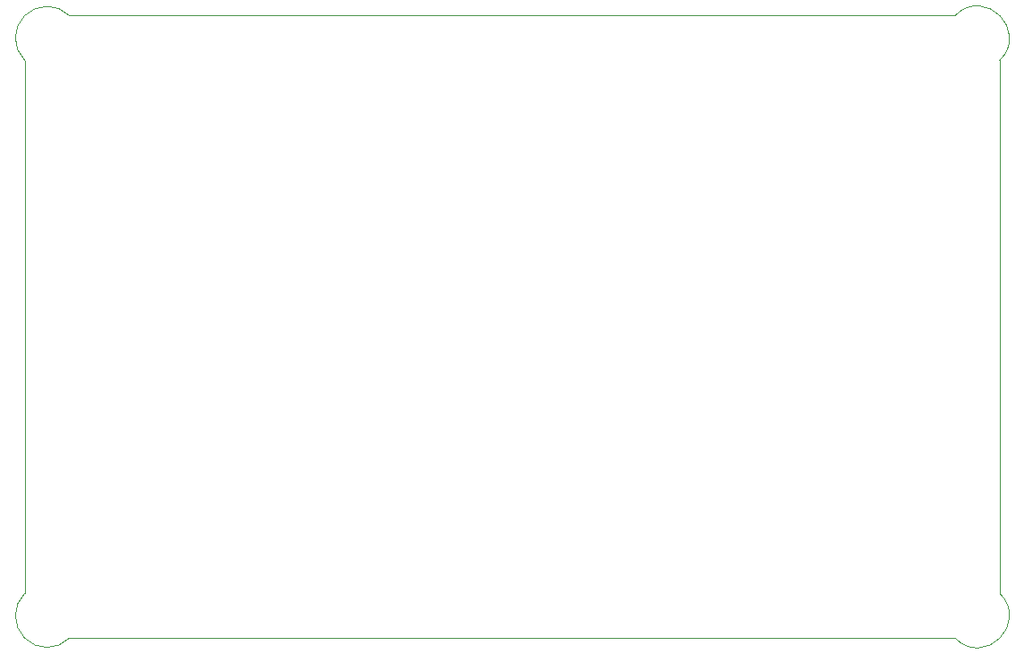
<source format=gm1>
G04 #@! TF.GenerationSoftware,KiCad,Pcbnew,9.0.0*
G04 #@! TF.CreationDate,2025-04-02T18:04:16+02:00*
G04 #@! TF.ProjectId,CapyPower,43617079-506f-4776-9572-2e6b69636164,rev?*
G04 #@! TF.SameCoordinates,Original*
G04 #@! TF.FileFunction,Profile,NP*
%FSLAX46Y46*%
G04 Gerber Fmt 4.6, Leading zero omitted, Abs format (unit mm)*
G04 Created by KiCad (PCBNEW 9.0.0) date 2025-04-02 18:04:16*
%MOMM*%
%LPD*%
G01*
G04 APERTURE LIST*
G04 #@! TA.AperFunction,Profile*
%ADD10C,0.050000*%
G04 #@! TD*
G04 APERTURE END LIST*
D10*
X61492640Y-99500000D02*
G75*
G02*
X57250000Y-95257360I-2121320J2121320D01*
G01*
X149650000Y-95257360D02*
G75*
G02*
X145407360Y-99500000I-2121320J-2121320D01*
G01*
X57250000Y-44742640D02*
G75*
G02*
X61492640Y-40500000I2121320J2121320D01*
G01*
X145407360Y-40500000D02*
G75*
G02*
X149650000Y-44742640I2121320J-2121320D01*
G01*
X57250000Y-44742640D02*
X57250000Y-95257360D01*
X145407360Y-99500000D02*
X61492640Y-99500000D01*
X149650000Y-44742640D02*
X149650000Y-95257360D01*
X145407360Y-40500000D02*
X61492640Y-40500000D01*
M02*

</source>
